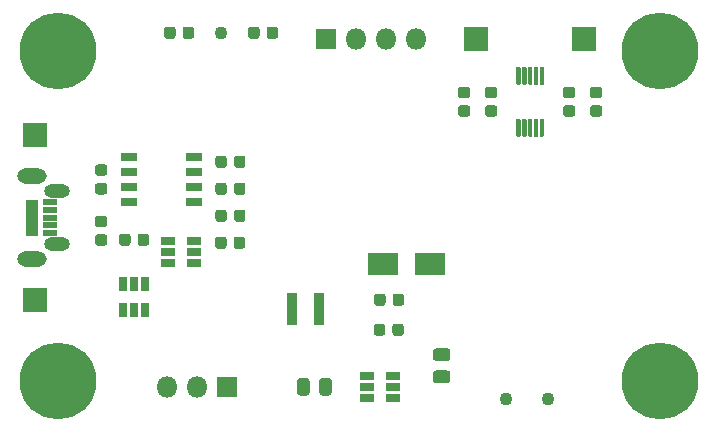
<source format=gbr>
G04 #@! TF.GenerationSoftware,KiCad,Pcbnew,(5.1.6)-1*
G04 #@! TF.CreationDate,2021-01-22T14:13:30+00:00*
G04 #@! TF.ProjectId,NanoBLE_Compass,4e616e6f-424c-4455-9f43-6f6d70617373,rev?*
G04 #@! TF.SameCoordinates,Original*
G04 #@! TF.FileFunction,Soldermask,Top*
G04 #@! TF.FilePolarity,Negative*
%FSLAX46Y46*%
G04 Gerber Fmt 4.6, Leading zero omitted, Abs format (unit mm)*
G04 Created by KiCad (PCBNEW (5.1.6)-1) date 2021-01-22 14:13:30*
%MOMM*%
%LPD*%
G01*
G04 APERTURE LIST*
%ADD10R,2.600000X1.900000*%
%ADD11R,0.900000X2.800000*%
%ADD12C,6.500000*%
%ADD13R,1.400000X0.800000*%
%ADD14R,1.300000X0.500000*%
%ADD15R,1.000000X3.100000*%
%ADD16O,2.500000X1.300000*%
%ADD17O,2.200000X1.150000*%
%ADD18R,1.800000X1.800000*%
%ADD19O,1.800000X1.800000*%
%ADD20C,1.100000*%
%ADD21R,2.100000X2.100000*%
%ADD22R,1.160000X0.750000*%
%ADD23R,0.750000X1.160000*%
G04 APERTURE END LIST*
D10*
X150836000Y-93472000D03*
X154836000Y-93472000D03*
D11*
X143158000Y-97282000D03*
X145458000Y-97282000D03*
G36*
G01*
X126718750Y-89403000D02*
X127281250Y-89403000D01*
G75*
G02*
X127525000Y-89646750I0J-243750D01*
G01*
X127525000Y-90134250D01*
G75*
G02*
X127281250Y-90378000I-243750J0D01*
G01*
X126718750Y-90378000D01*
G75*
G02*
X126475000Y-90134250I0J243750D01*
G01*
X126475000Y-89646750D01*
G75*
G02*
X126718750Y-89403000I243750J0D01*
G01*
G37*
G36*
G01*
X126718750Y-90978000D02*
X127281250Y-90978000D01*
G75*
G02*
X127525000Y-91221750I0J-243750D01*
G01*
X127525000Y-91709250D01*
G75*
G02*
X127281250Y-91953000I-243750J0D01*
G01*
X126718750Y-91953000D01*
G75*
G02*
X126475000Y-91709250I0J243750D01*
G01*
X126475000Y-91221750D01*
G75*
G02*
X126718750Y-90978000I243750J0D01*
G01*
G37*
G36*
G01*
X137622000Y-91412750D02*
X137622000Y-91975250D01*
G75*
G02*
X137378250Y-92219000I-243750J0D01*
G01*
X136890750Y-92219000D01*
G75*
G02*
X136647000Y-91975250I0J243750D01*
G01*
X136647000Y-91412750D01*
G75*
G02*
X136890750Y-91169000I243750J0D01*
G01*
X137378250Y-91169000D01*
G75*
G02*
X137622000Y-91412750I0J-243750D01*
G01*
G37*
G36*
G01*
X139197000Y-91412750D02*
X139197000Y-91975250D01*
G75*
G02*
X138953250Y-92219000I-243750J0D01*
G01*
X138465750Y-92219000D01*
G75*
G02*
X138222000Y-91975250I0J243750D01*
G01*
X138222000Y-91412750D01*
G75*
G02*
X138465750Y-91169000I243750J0D01*
G01*
X138953250Y-91169000D01*
G75*
G02*
X139197000Y-91412750I0J-243750D01*
G01*
G37*
G36*
G01*
X166342750Y-80056000D02*
X166905250Y-80056000D01*
G75*
G02*
X167149000Y-80299750I0J-243750D01*
G01*
X167149000Y-80787250D01*
G75*
G02*
X166905250Y-81031000I-243750J0D01*
G01*
X166342750Y-81031000D01*
G75*
G02*
X166099000Y-80787250I0J243750D01*
G01*
X166099000Y-80299750D01*
G75*
G02*
X166342750Y-80056000I243750J0D01*
G01*
G37*
G36*
G01*
X166342750Y-78481000D02*
X166905250Y-78481000D01*
G75*
G02*
X167149000Y-78724750I0J-243750D01*
G01*
X167149000Y-79212250D01*
G75*
G02*
X166905250Y-79456000I-243750J0D01*
G01*
X166342750Y-79456000D01*
G75*
G02*
X166099000Y-79212250I0J243750D01*
G01*
X166099000Y-78724750D01*
G75*
G02*
X166342750Y-78481000I243750J0D01*
G01*
G37*
G36*
G01*
X160301250Y-81031000D02*
X159738750Y-81031000D01*
G75*
G02*
X159495000Y-80787250I0J243750D01*
G01*
X159495000Y-80299750D01*
G75*
G02*
X159738750Y-80056000I243750J0D01*
G01*
X160301250Y-80056000D01*
G75*
G02*
X160545000Y-80299750I0J-243750D01*
G01*
X160545000Y-80787250D01*
G75*
G02*
X160301250Y-81031000I-243750J0D01*
G01*
G37*
G36*
G01*
X160301250Y-79456000D02*
X159738750Y-79456000D01*
G75*
G02*
X159495000Y-79212250I0J243750D01*
G01*
X159495000Y-78724750D01*
G75*
G02*
X159738750Y-78481000I243750J0D01*
G01*
X160301250Y-78481000D01*
G75*
G02*
X160545000Y-78724750I0J-243750D01*
G01*
X160545000Y-79212250D01*
G75*
G02*
X160301250Y-79456000I-243750J0D01*
G01*
G37*
G36*
G01*
X132329000Y-74195250D02*
X132329000Y-73632750D01*
G75*
G02*
X132572750Y-73389000I243750J0D01*
G01*
X133060250Y-73389000D01*
G75*
G02*
X133304000Y-73632750I0J-243750D01*
G01*
X133304000Y-74195250D01*
G75*
G02*
X133060250Y-74439000I-243750J0D01*
G01*
X132572750Y-74439000D01*
G75*
G02*
X132329000Y-74195250I0J243750D01*
G01*
G37*
G36*
G01*
X133904000Y-74195250D02*
X133904000Y-73632750D01*
G75*
G02*
X134147750Y-73389000I243750J0D01*
G01*
X134635250Y-73389000D01*
G75*
G02*
X134879000Y-73632750I0J-243750D01*
G01*
X134879000Y-74195250D01*
G75*
G02*
X134635250Y-74439000I-243750J0D01*
G01*
X134147750Y-74439000D01*
G75*
G02*
X133904000Y-74195250I0J243750D01*
G01*
G37*
G36*
G01*
X140416000Y-73632750D02*
X140416000Y-74195250D01*
G75*
G02*
X140172250Y-74439000I-243750J0D01*
G01*
X139684750Y-74439000D01*
G75*
G02*
X139441000Y-74195250I0J243750D01*
G01*
X139441000Y-73632750D01*
G75*
G02*
X139684750Y-73389000I243750J0D01*
G01*
X140172250Y-73389000D01*
G75*
G02*
X140416000Y-73632750I0J-243750D01*
G01*
G37*
G36*
G01*
X141991000Y-73632750D02*
X141991000Y-74195250D01*
G75*
G02*
X141747250Y-74439000I-243750J0D01*
G01*
X141259750Y-74439000D01*
G75*
G02*
X141016000Y-74195250I0J243750D01*
G01*
X141016000Y-73632750D01*
G75*
G02*
X141259750Y-73389000I243750J0D01*
G01*
X141747250Y-73389000D01*
G75*
G02*
X141991000Y-73632750I0J-243750D01*
G01*
G37*
D12*
X123330000Y-75430000D03*
X123330000Y-103430000D03*
X174330000Y-103430000D03*
X174330000Y-75430000D03*
D13*
X134830000Y-85725000D03*
X134830000Y-84455000D03*
X134830000Y-86995000D03*
X134830000Y-88265000D03*
X129330000Y-85725000D03*
X129330000Y-84455000D03*
X129330000Y-86995000D03*
X129330000Y-88265000D03*
D14*
X122682000Y-89565000D03*
X122682000Y-88915000D03*
X122682000Y-88265000D03*
X122682000Y-90215000D03*
X122682000Y-90865000D03*
D15*
X121132000Y-89565000D03*
D16*
X121132000Y-86065000D03*
X121132000Y-93065000D03*
D17*
X123232000Y-87340000D03*
X123232000Y-91790000D03*
D18*
X137668000Y-103886000D03*
D19*
X135128000Y-103886000D03*
X132588000Y-103886000D03*
D18*
X146050000Y-74422000D03*
D19*
X148590000Y-74422000D03*
X151130000Y-74422000D03*
X153670000Y-74422000D03*
G36*
G01*
X138247500Y-85117250D02*
X138247500Y-84554750D01*
G75*
G02*
X138491250Y-84311000I243750J0D01*
G01*
X138978750Y-84311000D01*
G75*
G02*
X139222500Y-84554750I0J-243750D01*
G01*
X139222500Y-85117250D01*
G75*
G02*
X138978750Y-85361000I-243750J0D01*
G01*
X138491250Y-85361000D01*
G75*
G02*
X138247500Y-85117250I0J243750D01*
G01*
G37*
G36*
G01*
X136672500Y-85117250D02*
X136672500Y-84554750D01*
G75*
G02*
X136916250Y-84311000I243750J0D01*
G01*
X137403750Y-84311000D01*
G75*
G02*
X137647500Y-84554750I0J-243750D01*
G01*
X137647500Y-85117250D01*
G75*
G02*
X137403750Y-85361000I-243750J0D01*
G01*
X136916250Y-85361000D01*
G75*
G02*
X136672500Y-85117250I0J243750D01*
G01*
G37*
G36*
G01*
X136672500Y-87403250D02*
X136672500Y-86840750D01*
G75*
G02*
X136916250Y-86597000I243750J0D01*
G01*
X137403750Y-86597000D01*
G75*
G02*
X137647500Y-86840750I0J-243750D01*
G01*
X137647500Y-87403250D01*
G75*
G02*
X137403750Y-87647000I-243750J0D01*
G01*
X136916250Y-87647000D01*
G75*
G02*
X136672500Y-87403250I0J243750D01*
G01*
G37*
G36*
G01*
X138247500Y-87403250D02*
X138247500Y-86840750D01*
G75*
G02*
X138491250Y-86597000I243750J0D01*
G01*
X138978750Y-86597000D01*
G75*
G02*
X139222500Y-86840750I0J-243750D01*
G01*
X139222500Y-87403250D01*
G75*
G02*
X138978750Y-87647000I-243750J0D01*
G01*
X138491250Y-87647000D01*
G75*
G02*
X138247500Y-87403250I0J243750D01*
G01*
G37*
G36*
G01*
X126718750Y-86634500D02*
X127281250Y-86634500D01*
G75*
G02*
X127525000Y-86878250I0J-243750D01*
G01*
X127525000Y-87365750D01*
G75*
G02*
X127281250Y-87609500I-243750J0D01*
G01*
X126718750Y-87609500D01*
G75*
G02*
X126475000Y-87365750I0J243750D01*
G01*
X126475000Y-86878250D01*
G75*
G02*
X126718750Y-86634500I243750J0D01*
G01*
G37*
G36*
G01*
X126718750Y-85059500D02*
X127281250Y-85059500D01*
G75*
G02*
X127525000Y-85303250I0J-243750D01*
G01*
X127525000Y-85790750D01*
G75*
G02*
X127281250Y-86034500I-243750J0D01*
G01*
X126718750Y-86034500D01*
G75*
G02*
X126475000Y-85790750I0J243750D01*
G01*
X126475000Y-85303250D01*
G75*
G02*
X126718750Y-85059500I243750J0D01*
G01*
G37*
G36*
G01*
X136672500Y-89689250D02*
X136672500Y-89126750D01*
G75*
G02*
X136916250Y-88883000I243750J0D01*
G01*
X137403750Y-88883000D01*
G75*
G02*
X137647500Y-89126750I0J-243750D01*
G01*
X137647500Y-89689250D01*
G75*
G02*
X137403750Y-89933000I-243750J0D01*
G01*
X136916250Y-89933000D01*
G75*
G02*
X136672500Y-89689250I0J243750D01*
G01*
G37*
G36*
G01*
X138247500Y-89689250D02*
X138247500Y-89126750D01*
G75*
G02*
X138491250Y-88883000I243750J0D01*
G01*
X138978750Y-88883000D01*
G75*
G02*
X139222500Y-89126750I0J-243750D01*
G01*
X139222500Y-89689250D01*
G75*
G02*
X138978750Y-89933000I-243750J0D01*
G01*
X138491250Y-89933000D01*
G75*
G02*
X138247500Y-89689250I0J243750D01*
G01*
G37*
G36*
G01*
X131069000Y-91158750D02*
X131069000Y-91721250D01*
G75*
G02*
X130825250Y-91965000I-243750J0D01*
G01*
X130337750Y-91965000D01*
G75*
G02*
X130094000Y-91721250I0J243750D01*
G01*
X130094000Y-91158750D01*
G75*
G02*
X130337750Y-90915000I243750J0D01*
G01*
X130825250Y-90915000D01*
G75*
G02*
X131069000Y-91158750I0J-243750D01*
G01*
G37*
G36*
G01*
X129494000Y-91158750D02*
X129494000Y-91721250D01*
G75*
G02*
X129250250Y-91965000I-243750J0D01*
G01*
X128762750Y-91965000D01*
G75*
G02*
X128519000Y-91721250I0J243750D01*
G01*
X128519000Y-91158750D01*
G75*
G02*
X128762750Y-90915000I243750J0D01*
G01*
X129250250Y-90915000D01*
G75*
G02*
X129494000Y-91158750I0J-243750D01*
G01*
G37*
G36*
G01*
X152659000Y-96238750D02*
X152659000Y-96801250D01*
G75*
G02*
X152415250Y-97045000I-243750J0D01*
G01*
X151927750Y-97045000D01*
G75*
G02*
X151684000Y-96801250I0J243750D01*
G01*
X151684000Y-96238750D01*
G75*
G02*
X151927750Y-95995000I243750J0D01*
G01*
X152415250Y-95995000D01*
G75*
G02*
X152659000Y-96238750I0J-243750D01*
G01*
G37*
G36*
G01*
X151084000Y-96238750D02*
X151084000Y-96801250D01*
G75*
G02*
X150840250Y-97045000I-243750J0D01*
G01*
X150352750Y-97045000D01*
G75*
G02*
X150109000Y-96801250I0J243750D01*
G01*
X150109000Y-96238750D01*
G75*
G02*
X150352750Y-95995000I243750J0D01*
G01*
X150840250Y-95995000D01*
G75*
G02*
X151084000Y-96238750I0J-243750D01*
G01*
G37*
G36*
G01*
X151658500Y-99341250D02*
X151658500Y-98778750D01*
G75*
G02*
X151902250Y-98535000I243750J0D01*
G01*
X152389750Y-98535000D01*
G75*
G02*
X152633500Y-98778750I0J-243750D01*
G01*
X152633500Y-99341250D01*
G75*
G02*
X152389750Y-99585000I-243750J0D01*
G01*
X151902250Y-99585000D01*
G75*
G02*
X151658500Y-99341250I0J243750D01*
G01*
G37*
G36*
G01*
X150083500Y-99341250D02*
X150083500Y-98778750D01*
G75*
G02*
X150327250Y-98535000I243750J0D01*
G01*
X150814750Y-98535000D01*
G75*
G02*
X151058500Y-98778750I0J-243750D01*
G01*
X151058500Y-99341250D01*
G75*
G02*
X150814750Y-99585000I-243750J0D01*
G01*
X150327250Y-99585000D01*
G75*
G02*
X150083500Y-99341250I0J243750D01*
G01*
G37*
G36*
G01*
X168628750Y-80056000D02*
X169191250Y-80056000D01*
G75*
G02*
X169435000Y-80299750I0J-243750D01*
G01*
X169435000Y-80787250D01*
G75*
G02*
X169191250Y-81031000I-243750J0D01*
G01*
X168628750Y-81031000D01*
G75*
G02*
X168385000Y-80787250I0J243750D01*
G01*
X168385000Y-80299750D01*
G75*
G02*
X168628750Y-80056000I243750J0D01*
G01*
G37*
G36*
G01*
X168628750Y-78481000D02*
X169191250Y-78481000D01*
G75*
G02*
X169435000Y-78724750I0J-243750D01*
G01*
X169435000Y-79212250D01*
G75*
G02*
X169191250Y-79456000I-243750J0D01*
G01*
X168628750Y-79456000D01*
G75*
G02*
X168385000Y-79212250I0J243750D01*
G01*
X168385000Y-78724750D01*
G75*
G02*
X168628750Y-78481000I243750J0D01*
G01*
G37*
G36*
G01*
X157452750Y-78481000D02*
X158015250Y-78481000D01*
G75*
G02*
X158259000Y-78724750I0J-243750D01*
G01*
X158259000Y-79212250D01*
G75*
G02*
X158015250Y-79456000I-243750J0D01*
G01*
X157452750Y-79456000D01*
G75*
G02*
X157209000Y-79212250I0J243750D01*
G01*
X157209000Y-78724750D01*
G75*
G02*
X157452750Y-78481000I243750J0D01*
G01*
G37*
G36*
G01*
X157452750Y-80056000D02*
X158015250Y-80056000D01*
G75*
G02*
X158259000Y-80299750I0J-243750D01*
G01*
X158259000Y-80787250D01*
G75*
G02*
X158015250Y-81031000I-243750J0D01*
G01*
X157452750Y-81031000D01*
G75*
G02*
X157209000Y-80787250I0J243750D01*
G01*
X157209000Y-80299750D01*
G75*
G02*
X157452750Y-80056000I243750J0D01*
G01*
G37*
D20*
X137160000Y-73914000D03*
D21*
X121412000Y-82550000D03*
X121412000Y-96520000D03*
D20*
X161290000Y-104902000D03*
D21*
X167894000Y-74422000D03*
X158750000Y-74422000D03*
D20*
X164846000Y-104902000D03*
D22*
X132674000Y-91506000D03*
X132674000Y-92456000D03*
X132674000Y-93406000D03*
X134874000Y-93406000D03*
X134874000Y-91506000D03*
X134874000Y-92456000D03*
X151722000Y-103886000D03*
X151722000Y-102936000D03*
X151722000Y-104836000D03*
X149522000Y-104836000D03*
X149522000Y-103886000D03*
X149522000Y-102936000D03*
G36*
G01*
X162422000Y-82731000D02*
X162222000Y-82731000D01*
G75*
G02*
X162122000Y-82631000I0J100000D01*
G01*
X162122000Y-81281000D01*
G75*
G02*
X162222000Y-81181000I100000J0D01*
G01*
X162422000Y-81181000D01*
G75*
G02*
X162522000Y-81281000I0J-100000D01*
G01*
X162522000Y-82631000D01*
G75*
G02*
X162422000Y-82731000I-100000J0D01*
G01*
G37*
G36*
G01*
X162922000Y-82731000D02*
X162722000Y-82731000D01*
G75*
G02*
X162622000Y-82631000I0J100000D01*
G01*
X162622000Y-81281000D01*
G75*
G02*
X162722000Y-81181000I100000J0D01*
G01*
X162922000Y-81181000D01*
G75*
G02*
X163022000Y-81281000I0J-100000D01*
G01*
X163022000Y-82631000D01*
G75*
G02*
X162922000Y-82731000I-100000J0D01*
G01*
G37*
G36*
G01*
X163422000Y-82731000D02*
X163222000Y-82731000D01*
G75*
G02*
X163122000Y-82631000I0J100000D01*
G01*
X163122000Y-81281000D01*
G75*
G02*
X163222000Y-81181000I100000J0D01*
G01*
X163422000Y-81181000D01*
G75*
G02*
X163522000Y-81281000I0J-100000D01*
G01*
X163522000Y-82631000D01*
G75*
G02*
X163422000Y-82731000I-100000J0D01*
G01*
G37*
G36*
G01*
X163922000Y-82731000D02*
X163722000Y-82731000D01*
G75*
G02*
X163622000Y-82631000I0J100000D01*
G01*
X163622000Y-81281000D01*
G75*
G02*
X163722000Y-81181000I100000J0D01*
G01*
X163922000Y-81181000D01*
G75*
G02*
X164022000Y-81281000I0J-100000D01*
G01*
X164022000Y-82631000D01*
G75*
G02*
X163922000Y-82731000I-100000J0D01*
G01*
G37*
G36*
G01*
X164422000Y-82731000D02*
X164222000Y-82731000D01*
G75*
G02*
X164122000Y-82631000I0J100000D01*
G01*
X164122000Y-81281000D01*
G75*
G02*
X164222000Y-81181000I100000J0D01*
G01*
X164422000Y-81181000D01*
G75*
G02*
X164522000Y-81281000I0J-100000D01*
G01*
X164522000Y-82631000D01*
G75*
G02*
X164422000Y-82731000I-100000J0D01*
G01*
G37*
G36*
G01*
X164422000Y-78331000D02*
X164222000Y-78331000D01*
G75*
G02*
X164122000Y-78231000I0J100000D01*
G01*
X164122000Y-76881000D01*
G75*
G02*
X164222000Y-76781000I100000J0D01*
G01*
X164422000Y-76781000D01*
G75*
G02*
X164522000Y-76881000I0J-100000D01*
G01*
X164522000Y-78231000D01*
G75*
G02*
X164422000Y-78331000I-100000J0D01*
G01*
G37*
G36*
G01*
X163922000Y-78331000D02*
X163722000Y-78331000D01*
G75*
G02*
X163622000Y-78231000I0J100000D01*
G01*
X163622000Y-76881000D01*
G75*
G02*
X163722000Y-76781000I100000J0D01*
G01*
X163922000Y-76781000D01*
G75*
G02*
X164022000Y-76881000I0J-100000D01*
G01*
X164022000Y-78231000D01*
G75*
G02*
X163922000Y-78331000I-100000J0D01*
G01*
G37*
G36*
G01*
X163422000Y-78331000D02*
X163222000Y-78331000D01*
G75*
G02*
X163122000Y-78231000I0J100000D01*
G01*
X163122000Y-76881000D01*
G75*
G02*
X163222000Y-76781000I100000J0D01*
G01*
X163422000Y-76781000D01*
G75*
G02*
X163522000Y-76881000I0J-100000D01*
G01*
X163522000Y-78231000D01*
G75*
G02*
X163422000Y-78331000I-100000J0D01*
G01*
G37*
G36*
G01*
X162922000Y-78331000D02*
X162722000Y-78331000D01*
G75*
G02*
X162622000Y-78231000I0J100000D01*
G01*
X162622000Y-76881000D01*
G75*
G02*
X162722000Y-76781000I100000J0D01*
G01*
X162922000Y-76781000D01*
G75*
G02*
X163022000Y-76881000I0J-100000D01*
G01*
X163022000Y-78231000D01*
G75*
G02*
X162922000Y-78331000I-100000J0D01*
G01*
G37*
G36*
G01*
X162422000Y-78331000D02*
X162222000Y-78331000D01*
G75*
G02*
X162122000Y-78231000I0J100000D01*
G01*
X162122000Y-76881000D01*
G75*
G02*
X162222000Y-76781000I100000J0D01*
G01*
X162422000Y-76781000D01*
G75*
G02*
X162522000Y-76881000I0J-100000D01*
G01*
X162522000Y-78231000D01*
G75*
G02*
X162422000Y-78331000I-100000J0D01*
G01*
G37*
D23*
X128844000Y-97366000D03*
X129794000Y-97366000D03*
X130744000Y-97366000D03*
X130744000Y-95166000D03*
X128844000Y-95166000D03*
X129794000Y-95166000D03*
G36*
G01*
X143587500Y-104367250D02*
X143587500Y-103404750D01*
G75*
G02*
X143856250Y-103136000I268750J0D01*
G01*
X144393750Y-103136000D01*
G75*
G02*
X144662500Y-103404750I0J-268750D01*
G01*
X144662500Y-104367250D01*
G75*
G02*
X144393750Y-104636000I-268750J0D01*
G01*
X143856250Y-104636000D01*
G75*
G02*
X143587500Y-104367250I0J268750D01*
G01*
G37*
G36*
G01*
X145462500Y-104367250D02*
X145462500Y-103404750D01*
G75*
G02*
X145731250Y-103136000I268750J0D01*
G01*
X146268750Y-103136000D01*
G75*
G02*
X146537500Y-103404750I0J-268750D01*
G01*
X146537500Y-104367250D01*
G75*
G02*
X146268750Y-104636000I-268750J0D01*
G01*
X145731250Y-104636000D01*
G75*
G02*
X145462500Y-104367250I0J268750D01*
G01*
G37*
G36*
G01*
X155347750Y-102508000D02*
X156310250Y-102508000D01*
G75*
G02*
X156579000Y-102776750I0J-268750D01*
G01*
X156579000Y-103314250D01*
G75*
G02*
X156310250Y-103583000I-268750J0D01*
G01*
X155347750Y-103583000D01*
G75*
G02*
X155079000Y-103314250I0J268750D01*
G01*
X155079000Y-102776750D01*
G75*
G02*
X155347750Y-102508000I268750J0D01*
G01*
G37*
G36*
G01*
X155347750Y-100633000D02*
X156310250Y-100633000D01*
G75*
G02*
X156579000Y-100901750I0J-268750D01*
G01*
X156579000Y-101439250D01*
G75*
G02*
X156310250Y-101708000I-268750J0D01*
G01*
X155347750Y-101708000D01*
G75*
G02*
X155079000Y-101439250I0J268750D01*
G01*
X155079000Y-100901750D01*
G75*
G02*
X155347750Y-100633000I268750J0D01*
G01*
G37*
M02*

</source>
